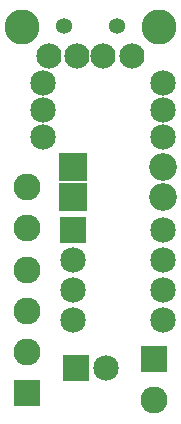
<source format=gbs>
G04 MADE WITH FRITZING*
G04 WWW.FRITZING.ORG*
G04 DOUBLE SIDED*
G04 HOLES PLATED*
G04 CONTOUR ON CENTER OF CONTOUR VECTOR*
%ASAXBY*%
%FSLAX23Y23*%
%MOIN*%
%OFA0B0*%
%SFA1.0B1.0*%
%ADD10C,0.084000*%
%ADD11C,0.116614*%
%ADD12C,0.053307*%
%ADD13C,0.085000*%
%ADD14C,0.092000*%
%ADD15C,0.090000*%
%ADD16R,0.085000X0.085000*%
%ADD17R,0.092000X0.092000*%
%ADD18R,0.090000X0.090000*%
%LNMASK0*%
G90*
G70*
G54D10*
X440Y1209D03*
X346Y1209D03*
X258Y1209D03*
X164Y1209D03*
G54D11*
X74Y1304D03*
X530Y1304D03*
G54D12*
X391Y1308D03*
X214Y1308D03*
G54D13*
X146Y939D03*
X546Y939D03*
X146Y1119D03*
X546Y1119D03*
X256Y169D03*
X356Y169D03*
G54D14*
X246Y739D03*
X544Y739D03*
X246Y839D03*
X544Y839D03*
G54D15*
X516Y199D03*
X516Y61D03*
X92Y84D03*
X92Y222D03*
X92Y360D03*
X92Y497D03*
X92Y635D03*
X92Y773D03*
G54D13*
X246Y629D03*
X546Y629D03*
X246Y529D03*
X546Y529D03*
X246Y429D03*
X546Y429D03*
X246Y329D03*
X546Y329D03*
X146Y1029D03*
X546Y1029D03*
G54D16*
X256Y169D03*
G54D17*
X245Y739D03*
X245Y839D03*
G54D18*
X516Y199D03*
X92Y84D03*
G54D16*
X246Y629D03*
G04 End of Mask0*
M02*
</source>
